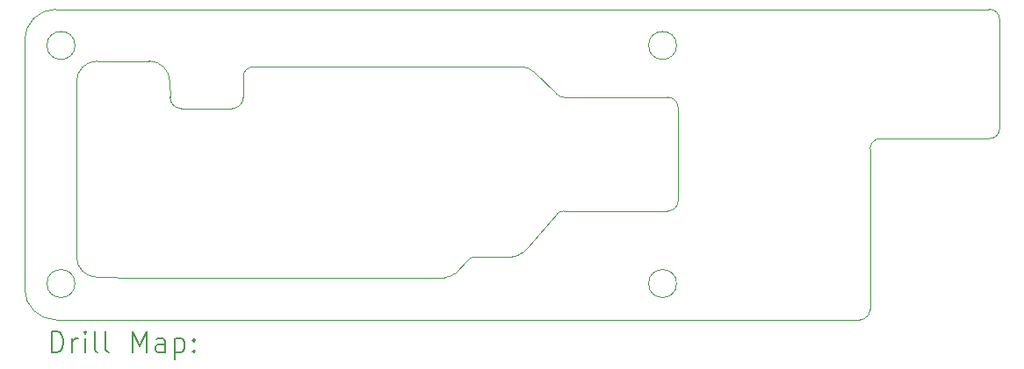
<source format=gbr>
%TF.GenerationSoftware,KiCad,Pcbnew,9.0.2*%
%TF.CreationDate,2025-06-21T10:43:47+02:00*%
%TF.ProjectId,conndom,636f6e6e-646f-46d2-9e6b-696361645f70,0.2*%
%TF.SameCoordinates,Original*%
%TF.FileFunction,Drillmap*%
%TF.FilePolarity,Positive*%
%FSLAX45Y45*%
G04 Gerber Fmt 4.5, Leading zero omitted, Abs format (unit mm)*
G04 Created by KiCad (PCBNEW 9.0.2) date 2025-06-21 10:43:47*
%MOMM*%
%LPD*%
G01*
G04 APERTURE LIST*
%ADD10C,0.050000*%
%ADD11C,0.200000*%
G04 APERTURE END LIST*
D10*
X10600000Y-8700000D02*
X10601421Y-8850000D01*
X18600000Y-9150000D02*
G75*
G02*
X18500000Y-9250000I-100000J0D01*
G01*
X14000000Y-8558579D02*
X11400000Y-8558579D01*
X10290000Y-10591421D02*
X9900000Y-10590000D01*
X11308579Y-8650000D02*
G75*
G02*
X11400000Y-8558579I91421J0D01*
G01*
X9900000Y-8500000D02*
X10400000Y-8500000D01*
X10710000Y-8958579D02*
G75*
G02*
X10601421Y-8850000I0J108579D01*
G01*
X15400000Y-8850000D02*
G75*
G02*
X15500000Y-8950000I0J-100000D01*
G01*
X14000000Y-8558579D02*
G75*
G02*
X14100000Y-8600000I0J-141421D01*
G01*
X9900000Y-10590000D02*
G75*
G02*
X9700000Y-10390000I0J200000D01*
G01*
X14000000Y-10350000D02*
G75*
G02*
X13900000Y-10391421I-100000J100000D01*
G01*
X15500000Y-9850000D02*
G75*
G02*
X15400000Y-9950000I-100000J0D01*
G01*
X17350003Y-9350716D02*
X17350000Y-10900000D01*
X9500000Y-8000000D02*
X18500000Y-8000000D01*
X17250000Y-11000000D02*
X9500000Y-11000000D01*
X15500000Y-8950000D02*
X15500000Y-9850000D01*
X13476443Y-10420133D02*
G75*
G02*
X13550000Y-10391421I73557J-79867D01*
G01*
X10400000Y-8500000D02*
G75*
G02*
X10600000Y-8700000I0J-200000D01*
G01*
X14050000Y-10300000D02*
X14000000Y-10350000D01*
X17350000Y-10900000D02*
G75*
G02*
X17250000Y-11000000I-100000J0D01*
G01*
X14329289Y-8820711D02*
X14100000Y-8600000D01*
X18600000Y-8100000D02*
X18600000Y-9150000D01*
X11308579Y-8650000D02*
X11308579Y-8850000D01*
X11308579Y-8850000D02*
G75*
G02*
X11200000Y-8958579I-108579J0D01*
G01*
X14400000Y-8850000D02*
G75*
G02*
X14329289Y-8820711I0J100000D01*
G01*
X13476443Y-10420133D02*
X13350000Y-10550000D01*
X13900000Y-10391421D02*
X13550000Y-10391421D01*
X13250000Y-10591421D02*
X10290000Y-10591421D01*
X15400000Y-9950000D02*
X14400000Y-9950000D01*
X15400000Y-8850000D02*
X14400000Y-8850000D01*
X18500000Y-8000000D02*
G75*
G02*
X18600000Y-8100000I0J-100000D01*
G01*
X13350000Y-10550000D02*
G75*
G02*
X13250000Y-10591421I-100000J100000D01*
G01*
X9700000Y-8700000D02*
G75*
G02*
X9900000Y-8500000I200000J0D01*
G01*
X18500000Y-9250000D02*
X17450000Y-9250000D01*
X9700000Y-10390000D02*
X9700000Y-8700000D01*
X14329289Y-9979289D02*
G75*
G02*
X14400000Y-9950000I70711J-70711D01*
G01*
X10710000Y-8958579D02*
X11200000Y-8958579D01*
X14329289Y-9979289D02*
X14050000Y-10300000D01*
X17350003Y-9350716D02*
G75*
G02*
X17450000Y-9250000I99997J716D01*
G01*
X9200000Y-10700000D02*
X9200000Y-8300000D01*
X9200000Y-8300000D02*
G75*
G02*
X9500000Y-8000000I300000J0D01*
G01*
X9500000Y-11000000D02*
G75*
G02*
X9200000Y-10700000I0J300000D01*
G01*
X9685000Y-8350000D02*
G75*
G02*
X9415000Y-8350000I-135000J0D01*
G01*
X9415000Y-8350000D02*
G75*
G02*
X9685000Y-8350000I135000J0D01*
G01*
X9685000Y-10650000D02*
G75*
G02*
X9415000Y-10650000I-135000J0D01*
G01*
X9415000Y-10650000D02*
G75*
G02*
X9685000Y-10650000I135000J0D01*
G01*
X15485000Y-8350000D02*
G75*
G02*
X15215000Y-8350000I-135000J0D01*
G01*
X15215000Y-8350000D02*
G75*
G02*
X15485000Y-8350000I135000J0D01*
G01*
X15485000Y-10650000D02*
G75*
G02*
X15215000Y-10650000I-135000J0D01*
G01*
X15215000Y-10650000D02*
G75*
G02*
X15485000Y-10650000I135000J0D01*
G01*
D11*
X9458277Y-11313984D02*
X9458277Y-11113984D01*
X9458277Y-11113984D02*
X9505896Y-11113984D01*
X9505896Y-11113984D02*
X9534467Y-11123508D01*
X9534467Y-11123508D02*
X9553515Y-11142555D01*
X9553515Y-11142555D02*
X9563039Y-11161603D01*
X9563039Y-11161603D02*
X9572563Y-11199698D01*
X9572563Y-11199698D02*
X9572563Y-11228269D01*
X9572563Y-11228269D02*
X9563039Y-11266365D01*
X9563039Y-11266365D02*
X9553515Y-11285412D01*
X9553515Y-11285412D02*
X9534467Y-11304460D01*
X9534467Y-11304460D02*
X9505896Y-11313984D01*
X9505896Y-11313984D02*
X9458277Y-11313984D01*
X9658277Y-11313984D02*
X9658277Y-11180650D01*
X9658277Y-11218746D02*
X9667801Y-11199698D01*
X9667801Y-11199698D02*
X9677324Y-11190174D01*
X9677324Y-11190174D02*
X9696372Y-11180650D01*
X9696372Y-11180650D02*
X9715420Y-11180650D01*
X9782086Y-11313984D02*
X9782086Y-11180650D01*
X9782086Y-11113984D02*
X9772563Y-11123508D01*
X9772563Y-11123508D02*
X9782086Y-11133031D01*
X9782086Y-11133031D02*
X9791610Y-11123508D01*
X9791610Y-11123508D02*
X9782086Y-11113984D01*
X9782086Y-11113984D02*
X9782086Y-11133031D01*
X9905896Y-11313984D02*
X9886848Y-11304460D01*
X9886848Y-11304460D02*
X9877324Y-11285412D01*
X9877324Y-11285412D02*
X9877324Y-11113984D01*
X10010658Y-11313984D02*
X9991610Y-11304460D01*
X9991610Y-11304460D02*
X9982086Y-11285412D01*
X9982086Y-11285412D02*
X9982086Y-11113984D01*
X10239229Y-11313984D02*
X10239229Y-11113984D01*
X10239229Y-11113984D02*
X10305896Y-11256841D01*
X10305896Y-11256841D02*
X10372563Y-11113984D01*
X10372563Y-11113984D02*
X10372563Y-11313984D01*
X10553515Y-11313984D02*
X10553515Y-11209222D01*
X10553515Y-11209222D02*
X10543991Y-11190174D01*
X10543991Y-11190174D02*
X10524944Y-11180650D01*
X10524944Y-11180650D02*
X10486848Y-11180650D01*
X10486848Y-11180650D02*
X10467801Y-11190174D01*
X10553515Y-11304460D02*
X10534467Y-11313984D01*
X10534467Y-11313984D02*
X10486848Y-11313984D01*
X10486848Y-11313984D02*
X10467801Y-11304460D01*
X10467801Y-11304460D02*
X10458277Y-11285412D01*
X10458277Y-11285412D02*
X10458277Y-11266365D01*
X10458277Y-11266365D02*
X10467801Y-11247317D01*
X10467801Y-11247317D02*
X10486848Y-11237793D01*
X10486848Y-11237793D02*
X10534467Y-11237793D01*
X10534467Y-11237793D02*
X10553515Y-11228269D01*
X10648753Y-11180650D02*
X10648753Y-11380650D01*
X10648753Y-11190174D02*
X10667801Y-11180650D01*
X10667801Y-11180650D02*
X10705896Y-11180650D01*
X10705896Y-11180650D02*
X10724944Y-11190174D01*
X10724944Y-11190174D02*
X10734467Y-11199698D01*
X10734467Y-11199698D02*
X10743991Y-11218746D01*
X10743991Y-11218746D02*
X10743991Y-11275888D01*
X10743991Y-11275888D02*
X10734467Y-11294936D01*
X10734467Y-11294936D02*
X10724944Y-11304460D01*
X10724944Y-11304460D02*
X10705896Y-11313984D01*
X10705896Y-11313984D02*
X10667801Y-11313984D01*
X10667801Y-11313984D02*
X10648753Y-11304460D01*
X10829705Y-11294936D02*
X10839229Y-11304460D01*
X10839229Y-11304460D02*
X10829705Y-11313984D01*
X10829705Y-11313984D02*
X10820182Y-11304460D01*
X10820182Y-11304460D02*
X10829705Y-11294936D01*
X10829705Y-11294936D02*
X10829705Y-11313984D01*
X10829705Y-11190174D02*
X10839229Y-11199698D01*
X10839229Y-11199698D02*
X10829705Y-11209222D01*
X10829705Y-11209222D02*
X10820182Y-11199698D01*
X10820182Y-11199698D02*
X10829705Y-11190174D01*
X10829705Y-11190174D02*
X10829705Y-11209222D01*
M02*

</source>
